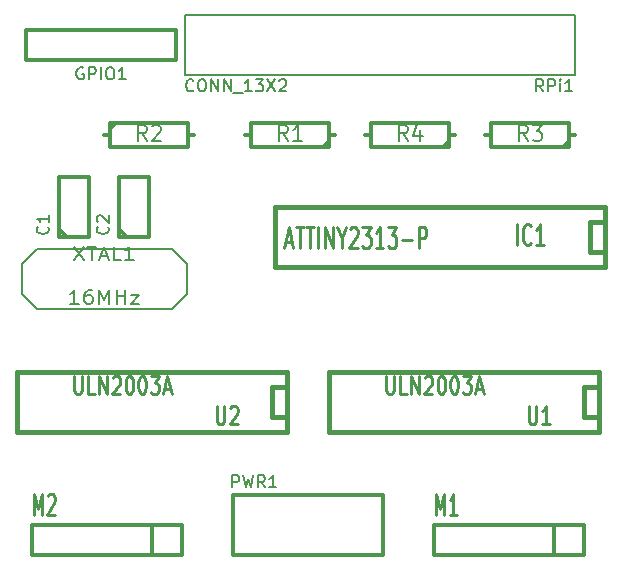
<source format=gto>
G04 (created by PCBNEW-RS274X (2011-05-25)-stable) date Ut 23. jún 2015, 15:15:57 CEST*
G01*
G70*
G90*
%MOIN*%
G04 Gerber Fmt 3.4, Leading zero omitted, Abs format*
%FSLAX34Y34*%
G04 APERTURE LIST*
%ADD10C,0.006000*%
%ADD11C,0.012000*%
%ADD12C,0.015000*%
%ADD13C,0.008000*%
%ADD14C,0.010700*%
%ADD15C,0.011300*%
G04 APERTURE END LIST*
G54D10*
G54D11*
X28800Y-28000D02*
X28800Y-29000D01*
X28800Y-29000D02*
X23800Y-29000D01*
X23800Y-29000D02*
X23800Y-28000D01*
X23800Y-28000D02*
X28800Y-28000D01*
X27800Y-28000D02*
X27800Y-29000D01*
X15400Y-28000D02*
X15400Y-29000D01*
X15400Y-29000D02*
X10400Y-29000D01*
X10400Y-29000D02*
X10400Y-28000D01*
X10400Y-28000D02*
X15400Y-28000D01*
X14400Y-28000D02*
X14400Y-29000D01*
X20500Y-15000D02*
X20300Y-15000D01*
X17500Y-15000D02*
X17700Y-15000D01*
X17700Y-15000D02*
X17700Y-15400D01*
X17700Y-15400D02*
X20300Y-15400D01*
X20300Y-15400D02*
X20300Y-14600D01*
X20300Y-14600D02*
X17700Y-14600D01*
X17700Y-14600D02*
X17700Y-15000D01*
X20300Y-15200D02*
X20100Y-15400D01*
X12800Y-15000D02*
X13000Y-15000D01*
X15800Y-15000D02*
X15600Y-15000D01*
X15600Y-15000D02*
X15600Y-14600D01*
X15600Y-14600D02*
X13000Y-14600D01*
X13000Y-14600D02*
X13000Y-15400D01*
X13000Y-15400D02*
X15600Y-15400D01*
X15600Y-15400D02*
X15600Y-15000D01*
X13000Y-14800D02*
X13200Y-14600D01*
X28500Y-15000D02*
X28300Y-15000D01*
X25500Y-15000D02*
X25700Y-15000D01*
X25700Y-15000D02*
X25700Y-15400D01*
X25700Y-15400D02*
X28300Y-15400D01*
X28300Y-15400D02*
X28300Y-14600D01*
X28300Y-14600D02*
X25700Y-14600D01*
X25700Y-14600D02*
X25700Y-15000D01*
X28300Y-15200D02*
X28100Y-15400D01*
X24500Y-15000D02*
X24300Y-15000D01*
X21500Y-15000D02*
X21700Y-15000D01*
X21700Y-15000D02*
X21700Y-15400D01*
X21700Y-15400D02*
X24300Y-15400D01*
X24300Y-15400D02*
X24300Y-14600D01*
X24300Y-14600D02*
X21700Y-14600D01*
X21700Y-14600D02*
X21700Y-15000D01*
X24300Y-15200D02*
X24100Y-15400D01*
X17100Y-27000D02*
X22100Y-27000D01*
X22100Y-27000D02*
X22100Y-29000D01*
X22100Y-29000D02*
X17100Y-29000D01*
X17100Y-29000D02*
X17100Y-27000D01*
X15200Y-12500D02*
X15200Y-11500D01*
X10200Y-11500D02*
X10200Y-12500D01*
X15200Y-12500D02*
X10200Y-12500D01*
X10200Y-11500D02*
X15200Y-11500D01*
G54D10*
X10050Y-19300D02*
X10550Y-18800D01*
X15050Y-18800D02*
X15550Y-19300D01*
X15550Y-20300D02*
X15050Y-20800D01*
X10050Y-20300D02*
X10550Y-20800D01*
X10550Y-18800D02*
X15050Y-18800D01*
X10050Y-19300D02*
X10050Y-20300D01*
X10550Y-20800D02*
X15050Y-20800D01*
X15550Y-20300D02*
X15550Y-19300D01*
G54D12*
X29500Y-18900D02*
X29000Y-18900D01*
X29000Y-18900D02*
X29000Y-17900D01*
X29000Y-17900D02*
X29500Y-17900D01*
X29500Y-19400D02*
X18500Y-19400D01*
X18500Y-19400D02*
X18500Y-17400D01*
X18500Y-17400D02*
X29500Y-17400D01*
X29500Y-17400D02*
X29500Y-19400D01*
X29300Y-24400D02*
X29300Y-24400D01*
X29300Y-24400D02*
X28800Y-24400D01*
X28800Y-24400D02*
X28800Y-23400D01*
X28800Y-23400D02*
X29300Y-23400D01*
X29300Y-24900D02*
X20300Y-24900D01*
X20300Y-24900D02*
X20300Y-22900D01*
X20300Y-22900D02*
X29300Y-22900D01*
X29300Y-22900D02*
X29300Y-24900D01*
X18900Y-24400D02*
X18900Y-24400D01*
X18900Y-24400D02*
X18400Y-24400D01*
X18400Y-24400D02*
X18400Y-23400D01*
X18400Y-23400D02*
X18900Y-23400D01*
X18900Y-24900D02*
X09900Y-24900D01*
X09900Y-24900D02*
X09900Y-22900D01*
X09900Y-22900D02*
X18900Y-22900D01*
X18900Y-22900D02*
X18900Y-24900D01*
G54D11*
X11300Y-18380D02*
X11300Y-16400D01*
X11300Y-16400D02*
X12300Y-16400D01*
X12300Y-16400D02*
X12300Y-18400D01*
X12300Y-18400D02*
X11300Y-18400D01*
X11550Y-18400D02*
X11300Y-18150D01*
X13300Y-18380D02*
X13300Y-16400D01*
X13300Y-16400D02*
X14300Y-16400D01*
X14300Y-16400D02*
X14300Y-18400D01*
X14300Y-18400D02*
X13300Y-18400D01*
X13550Y-18400D02*
X13300Y-18150D01*
G54D13*
X28500Y-11000D02*
X15500Y-11000D01*
X15500Y-13000D02*
X28500Y-13000D01*
X28500Y-13000D02*
X28500Y-11000D01*
X15500Y-11000D02*
X15500Y-13000D01*
G54D14*
X23854Y-27675D02*
X23854Y-26994D01*
X23997Y-27481D01*
X24139Y-26994D01*
X24139Y-27675D01*
X24567Y-27675D02*
X24323Y-27675D01*
X24445Y-27675D02*
X24445Y-26994D01*
X24404Y-27091D01*
X24363Y-27156D01*
X24323Y-27189D01*
X10454Y-27675D02*
X10454Y-26994D01*
X10597Y-27481D01*
X10739Y-26994D01*
X10739Y-27675D01*
X10923Y-27059D02*
X10943Y-27027D01*
X10984Y-26994D01*
X11086Y-26994D01*
X11126Y-27027D01*
X11147Y-27059D01*
X11167Y-27124D01*
X11167Y-27189D01*
X11147Y-27286D01*
X10902Y-27675D01*
X11167Y-27675D01*
G54D13*
X18917Y-15223D02*
X18750Y-14961D01*
X18631Y-15223D02*
X18631Y-14673D01*
X18822Y-14673D01*
X18869Y-14699D01*
X18893Y-14725D01*
X18917Y-14777D01*
X18917Y-14856D01*
X18893Y-14908D01*
X18869Y-14935D01*
X18822Y-14961D01*
X18631Y-14961D01*
X19393Y-15223D02*
X19107Y-15223D01*
X19250Y-15223D02*
X19250Y-14673D01*
X19202Y-14751D01*
X19155Y-14804D01*
X19107Y-14830D01*
X14217Y-15223D02*
X14050Y-14961D01*
X13931Y-15223D02*
X13931Y-14673D01*
X14122Y-14673D01*
X14169Y-14699D01*
X14193Y-14725D01*
X14217Y-14777D01*
X14217Y-14856D01*
X14193Y-14908D01*
X14169Y-14935D01*
X14122Y-14961D01*
X13931Y-14961D01*
X14407Y-14725D02*
X14431Y-14699D01*
X14479Y-14673D01*
X14598Y-14673D01*
X14645Y-14699D01*
X14669Y-14725D01*
X14693Y-14777D01*
X14693Y-14830D01*
X14669Y-14908D01*
X14383Y-15223D01*
X14693Y-15223D01*
X26917Y-15223D02*
X26750Y-14961D01*
X26631Y-15223D02*
X26631Y-14673D01*
X26822Y-14673D01*
X26869Y-14699D01*
X26893Y-14725D01*
X26917Y-14777D01*
X26917Y-14856D01*
X26893Y-14908D01*
X26869Y-14935D01*
X26822Y-14961D01*
X26631Y-14961D01*
X27083Y-14673D02*
X27393Y-14673D01*
X27226Y-14882D01*
X27298Y-14882D01*
X27345Y-14908D01*
X27369Y-14935D01*
X27393Y-14987D01*
X27393Y-15118D01*
X27369Y-15170D01*
X27345Y-15196D01*
X27298Y-15223D01*
X27155Y-15223D01*
X27107Y-15196D01*
X27083Y-15170D01*
X22917Y-15223D02*
X22750Y-14961D01*
X22631Y-15223D02*
X22631Y-14673D01*
X22822Y-14673D01*
X22869Y-14699D01*
X22893Y-14725D01*
X22917Y-14777D01*
X22917Y-14856D01*
X22893Y-14908D01*
X22869Y-14935D01*
X22822Y-14961D01*
X22631Y-14961D01*
X23345Y-14856D02*
X23345Y-15223D01*
X23226Y-14646D02*
X23107Y-15039D01*
X23417Y-15039D01*
X17076Y-26762D02*
X17076Y-26362D01*
X17229Y-26362D01*
X17267Y-26381D01*
X17286Y-26400D01*
X17305Y-26438D01*
X17305Y-26495D01*
X17286Y-26533D01*
X17267Y-26552D01*
X17229Y-26571D01*
X17076Y-26571D01*
X17438Y-26362D02*
X17533Y-26762D01*
X17610Y-26476D01*
X17686Y-26762D01*
X17781Y-26362D01*
X18162Y-26762D02*
X18028Y-26571D01*
X17933Y-26762D02*
X17933Y-26362D01*
X18086Y-26362D01*
X18124Y-26381D01*
X18143Y-26400D01*
X18162Y-26438D01*
X18162Y-26495D01*
X18143Y-26533D01*
X18124Y-26552D01*
X18086Y-26571D01*
X17933Y-26571D01*
X18543Y-26762D02*
X18314Y-26762D01*
X18428Y-26762D02*
X18428Y-26362D01*
X18390Y-26419D01*
X18352Y-26457D01*
X18314Y-26476D01*
X12110Y-12781D02*
X12072Y-12762D01*
X12015Y-12762D01*
X11957Y-12781D01*
X11919Y-12819D01*
X11900Y-12857D01*
X11881Y-12933D01*
X11881Y-12990D01*
X11900Y-13067D01*
X11919Y-13105D01*
X11957Y-13143D01*
X12015Y-13162D01*
X12053Y-13162D01*
X12110Y-13143D01*
X12129Y-13124D01*
X12129Y-12990D01*
X12053Y-12990D01*
X12300Y-13162D02*
X12300Y-12762D01*
X12453Y-12762D01*
X12491Y-12781D01*
X12510Y-12800D01*
X12529Y-12838D01*
X12529Y-12895D01*
X12510Y-12933D01*
X12491Y-12952D01*
X12453Y-12971D01*
X12300Y-12971D01*
X12700Y-13162D02*
X12700Y-12762D01*
X12966Y-12762D02*
X13043Y-12762D01*
X13081Y-12781D01*
X13119Y-12819D01*
X13138Y-12895D01*
X13138Y-13029D01*
X13119Y-13105D01*
X13081Y-13143D01*
X13043Y-13162D01*
X12966Y-13162D01*
X12928Y-13143D01*
X12890Y-13105D01*
X12871Y-13029D01*
X12871Y-12895D01*
X12890Y-12819D01*
X12928Y-12781D01*
X12966Y-12762D01*
X13519Y-13162D02*
X13290Y-13162D01*
X13404Y-13162D02*
X13404Y-12762D01*
X13366Y-12819D01*
X13328Y-12857D01*
X13290Y-12876D01*
G54D10*
X11788Y-18732D02*
X12122Y-19182D01*
X12122Y-18732D02*
X11788Y-19182D01*
X12241Y-18732D02*
X12526Y-18732D01*
X12383Y-19182D02*
X12383Y-18732D01*
X12669Y-19054D02*
X12907Y-19054D01*
X12622Y-19182D02*
X12788Y-18732D01*
X12955Y-19182D01*
X13360Y-19182D02*
X13122Y-19182D01*
X13122Y-18732D01*
X13789Y-19182D02*
X13503Y-19182D01*
X13646Y-19182D02*
X13646Y-18732D01*
X13598Y-18796D01*
X13551Y-18839D01*
X13503Y-18861D01*
X11955Y-20632D02*
X11669Y-20632D01*
X11812Y-20632D02*
X11812Y-20182D01*
X11764Y-20246D01*
X11717Y-20289D01*
X11669Y-20311D01*
X12383Y-20182D02*
X12288Y-20182D01*
X12240Y-20204D01*
X12217Y-20225D01*
X12169Y-20289D01*
X12145Y-20375D01*
X12145Y-20546D01*
X12169Y-20589D01*
X12193Y-20611D01*
X12240Y-20632D01*
X12336Y-20632D01*
X12383Y-20611D01*
X12407Y-20589D01*
X12431Y-20546D01*
X12431Y-20439D01*
X12407Y-20396D01*
X12383Y-20375D01*
X12336Y-20354D01*
X12240Y-20354D01*
X12193Y-20375D01*
X12169Y-20396D01*
X12145Y-20439D01*
X12645Y-20632D02*
X12645Y-20182D01*
X12812Y-20504D01*
X12978Y-20182D01*
X12978Y-20632D01*
X13216Y-20632D02*
X13216Y-20182D01*
X13216Y-20396D02*
X13502Y-20396D01*
X13502Y-20632D02*
X13502Y-20182D01*
X13692Y-20332D02*
X13954Y-20332D01*
X13692Y-20632D01*
X13954Y-20632D01*
G54D15*
X26561Y-18683D02*
X26561Y-17983D01*
X27032Y-18617D02*
X27011Y-18650D01*
X26947Y-18683D01*
X26904Y-18683D01*
X26839Y-18650D01*
X26797Y-18583D01*
X26775Y-18517D01*
X26754Y-18383D01*
X26754Y-18283D01*
X26775Y-18150D01*
X26797Y-18083D01*
X26839Y-18017D01*
X26904Y-17983D01*
X26947Y-17983D01*
X27011Y-18017D01*
X27032Y-18050D01*
X27461Y-18683D02*
X27204Y-18683D01*
X27332Y-18683D02*
X27332Y-17983D01*
X27289Y-18083D01*
X27247Y-18150D01*
X27204Y-18183D01*
X18853Y-18583D02*
X19067Y-18583D01*
X18810Y-18783D02*
X18960Y-18083D01*
X19110Y-18783D01*
X19196Y-18083D02*
X19453Y-18083D01*
X19324Y-18783D02*
X19324Y-18083D01*
X19539Y-18083D02*
X19796Y-18083D01*
X19667Y-18783D02*
X19667Y-18083D01*
X19946Y-18783D02*
X19946Y-18083D01*
X20160Y-18783D02*
X20160Y-18083D01*
X20417Y-18783D01*
X20417Y-18083D01*
X20717Y-18450D02*
X20717Y-18783D01*
X20567Y-18083D02*
X20717Y-18450D01*
X20867Y-18083D01*
X20996Y-18150D02*
X21017Y-18117D01*
X21060Y-18083D01*
X21167Y-18083D01*
X21210Y-18117D01*
X21231Y-18150D01*
X21253Y-18217D01*
X21253Y-18283D01*
X21231Y-18383D01*
X20974Y-18783D01*
X21253Y-18783D01*
X21403Y-18083D02*
X21682Y-18083D01*
X21532Y-18350D01*
X21596Y-18350D01*
X21639Y-18383D01*
X21660Y-18417D01*
X21682Y-18483D01*
X21682Y-18650D01*
X21660Y-18717D01*
X21639Y-18750D01*
X21596Y-18783D01*
X21468Y-18783D01*
X21425Y-18750D01*
X21403Y-18717D01*
X22111Y-18783D02*
X21854Y-18783D01*
X21982Y-18783D02*
X21982Y-18083D01*
X21939Y-18183D01*
X21897Y-18250D01*
X21854Y-18283D01*
X22261Y-18083D02*
X22540Y-18083D01*
X22390Y-18350D01*
X22454Y-18350D01*
X22497Y-18383D01*
X22518Y-18417D01*
X22540Y-18483D01*
X22540Y-18650D01*
X22518Y-18717D01*
X22497Y-18750D01*
X22454Y-18783D01*
X22326Y-18783D01*
X22283Y-18750D01*
X22261Y-18717D01*
X22733Y-18517D02*
X23076Y-18517D01*
X23290Y-18783D02*
X23290Y-18083D01*
X23462Y-18083D01*
X23504Y-18117D01*
X23526Y-18150D01*
X23547Y-18217D01*
X23547Y-18317D01*
X23526Y-18383D01*
X23504Y-18417D01*
X23462Y-18450D01*
X23290Y-18450D01*
X26957Y-24043D02*
X26957Y-24529D01*
X26979Y-24586D01*
X27000Y-24614D01*
X27043Y-24643D01*
X27129Y-24643D01*
X27171Y-24614D01*
X27193Y-24586D01*
X27214Y-24529D01*
X27214Y-24043D01*
X27664Y-24643D02*
X27407Y-24643D01*
X27535Y-24643D02*
X27535Y-24043D01*
X27492Y-24129D01*
X27450Y-24186D01*
X27407Y-24214D01*
X22203Y-23043D02*
X22203Y-23529D01*
X22225Y-23586D01*
X22246Y-23614D01*
X22289Y-23643D01*
X22375Y-23643D01*
X22417Y-23614D01*
X22439Y-23586D01*
X22460Y-23529D01*
X22460Y-23043D01*
X22888Y-23643D02*
X22674Y-23643D01*
X22674Y-23043D01*
X23038Y-23643D02*
X23038Y-23043D01*
X23295Y-23643D01*
X23295Y-23043D01*
X23488Y-23100D02*
X23509Y-23071D01*
X23552Y-23043D01*
X23659Y-23043D01*
X23702Y-23071D01*
X23723Y-23100D01*
X23745Y-23157D01*
X23745Y-23214D01*
X23723Y-23300D01*
X23466Y-23643D01*
X23745Y-23643D01*
X24024Y-23043D02*
X24067Y-23043D01*
X24110Y-23071D01*
X24131Y-23100D01*
X24152Y-23157D01*
X24174Y-23271D01*
X24174Y-23414D01*
X24152Y-23529D01*
X24131Y-23586D01*
X24110Y-23614D01*
X24067Y-23643D01*
X24024Y-23643D01*
X23981Y-23614D01*
X23960Y-23586D01*
X23938Y-23529D01*
X23917Y-23414D01*
X23917Y-23271D01*
X23938Y-23157D01*
X23960Y-23100D01*
X23981Y-23071D01*
X24024Y-23043D01*
X24453Y-23043D02*
X24496Y-23043D01*
X24539Y-23071D01*
X24560Y-23100D01*
X24581Y-23157D01*
X24603Y-23271D01*
X24603Y-23414D01*
X24581Y-23529D01*
X24560Y-23586D01*
X24539Y-23614D01*
X24496Y-23643D01*
X24453Y-23643D01*
X24410Y-23614D01*
X24389Y-23586D01*
X24367Y-23529D01*
X24346Y-23414D01*
X24346Y-23271D01*
X24367Y-23157D01*
X24389Y-23100D01*
X24410Y-23071D01*
X24453Y-23043D01*
X24753Y-23043D02*
X25032Y-23043D01*
X24882Y-23271D01*
X24946Y-23271D01*
X24989Y-23300D01*
X25010Y-23329D01*
X25032Y-23386D01*
X25032Y-23529D01*
X25010Y-23586D01*
X24989Y-23614D01*
X24946Y-23643D01*
X24818Y-23643D01*
X24775Y-23614D01*
X24753Y-23586D01*
X25204Y-23471D02*
X25418Y-23471D01*
X25161Y-23643D02*
X25311Y-23043D01*
X25461Y-23643D01*
X16557Y-24043D02*
X16557Y-24529D01*
X16579Y-24586D01*
X16600Y-24614D01*
X16643Y-24643D01*
X16729Y-24643D01*
X16771Y-24614D01*
X16793Y-24586D01*
X16814Y-24529D01*
X16814Y-24043D01*
X17007Y-24100D02*
X17028Y-24071D01*
X17071Y-24043D01*
X17178Y-24043D01*
X17221Y-24071D01*
X17242Y-24100D01*
X17264Y-24157D01*
X17264Y-24214D01*
X17242Y-24300D01*
X16985Y-24643D01*
X17264Y-24643D01*
X11803Y-23043D02*
X11803Y-23529D01*
X11825Y-23586D01*
X11846Y-23614D01*
X11889Y-23643D01*
X11975Y-23643D01*
X12017Y-23614D01*
X12039Y-23586D01*
X12060Y-23529D01*
X12060Y-23043D01*
X12488Y-23643D02*
X12274Y-23643D01*
X12274Y-23043D01*
X12638Y-23643D02*
X12638Y-23043D01*
X12895Y-23643D01*
X12895Y-23043D01*
X13088Y-23100D02*
X13109Y-23071D01*
X13152Y-23043D01*
X13259Y-23043D01*
X13302Y-23071D01*
X13323Y-23100D01*
X13345Y-23157D01*
X13345Y-23214D01*
X13323Y-23300D01*
X13066Y-23643D01*
X13345Y-23643D01*
X13624Y-23043D02*
X13667Y-23043D01*
X13710Y-23071D01*
X13731Y-23100D01*
X13752Y-23157D01*
X13774Y-23271D01*
X13774Y-23414D01*
X13752Y-23529D01*
X13731Y-23586D01*
X13710Y-23614D01*
X13667Y-23643D01*
X13624Y-23643D01*
X13581Y-23614D01*
X13560Y-23586D01*
X13538Y-23529D01*
X13517Y-23414D01*
X13517Y-23271D01*
X13538Y-23157D01*
X13560Y-23100D01*
X13581Y-23071D01*
X13624Y-23043D01*
X14053Y-23043D02*
X14096Y-23043D01*
X14139Y-23071D01*
X14160Y-23100D01*
X14181Y-23157D01*
X14203Y-23271D01*
X14203Y-23414D01*
X14181Y-23529D01*
X14160Y-23586D01*
X14139Y-23614D01*
X14096Y-23643D01*
X14053Y-23643D01*
X14010Y-23614D01*
X13989Y-23586D01*
X13967Y-23529D01*
X13946Y-23414D01*
X13946Y-23271D01*
X13967Y-23157D01*
X13989Y-23100D01*
X14010Y-23071D01*
X14053Y-23043D01*
X14353Y-23043D02*
X14632Y-23043D01*
X14482Y-23271D01*
X14546Y-23271D01*
X14589Y-23300D01*
X14610Y-23329D01*
X14632Y-23386D01*
X14632Y-23529D01*
X14610Y-23586D01*
X14589Y-23614D01*
X14546Y-23643D01*
X14418Y-23643D01*
X14375Y-23614D01*
X14353Y-23586D01*
X14804Y-23471D02*
X15018Y-23471D01*
X14761Y-23643D02*
X14911Y-23043D01*
X15061Y-23643D01*
G54D13*
X10924Y-18066D02*
X10943Y-18085D01*
X10962Y-18142D01*
X10962Y-18180D01*
X10943Y-18238D01*
X10905Y-18276D01*
X10867Y-18295D01*
X10790Y-18314D01*
X10733Y-18314D01*
X10657Y-18295D01*
X10619Y-18276D01*
X10581Y-18238D01*
X10562Y-18180D01*
X10562Y-18142D01*
X10581Y-18085D01*
X10600Y-18066D01*
X10962Y-17685D02*
X10962Y-17914D01*
X10962Y-17800D02*
X10562Y-17800D01*
X10619Y-17838D01*
X10657Y-17876D01*
X10676Y-17914D01*
X12924Y-18066D02*
X12943Y-18085D01*
X12962Y-18142D01*
X12962Y-18180D01*
X12943Y-18238D01*
X12905Y-18276D01*
X12867Y-18295D01*
X12790Y-18314D01*
X12733Y-18314D01*
X12657Y-18295D01*
X12619Y-18276D01*
X12581Y-18238D01*
X12562Y-18180D01*
X12562Y-18142D01*
X12581Y-18085D01*
X12600Y-18066D01*
X12600Y-17914D02*
X12581Y-17895D01*
X12562Y-17857D01*
X12562Y-17761D01*
X12581Y-17723D01*
X12600Y-17704D01*
X12638Y-17685D01*
X12676Y-17685D01*
X12733Y-17704D01*
X12962Y-17933D01*
X12962Y-17685D01*
X27439Y-13562D02*
X27305Y-13371D01*
X27210Y-13562D02*
X27210Y-13162D01*
X27363Y-13162D01*
X27401Y-13181D01*
X27420Y-13200D01*
X27439Y-13238D01*
X27439Y-13295D01*
X27420Y-13333D01*
X27401Y-13352D01*
X27363Y-13371D01*
X27210Y-13371D01*
X27610Y-13562D02*
X27610Y-13162D01*
X27763Y-13162D01*
X27801Y-13181D01*
X27820Y-13200D01*
X27839Y-13238D01*
X27839Y-13295D01*
X27820Y-13333D01*
X27801Y-13352D01*
X27763Y-13371D01*
X27610Y-13371D01*
X28010Y-13562D02*
X28010Y-13295D01*
X28010Y-13162D02*
X27991Y-13181D01*
X28010Y-13200D01*
X28029Y-13181D01*
X28010Y-13162D01*
X28010Y-13200D01*
X28410Y-13562D02*
X28181Y-13562D01*
X28295Y-13562D02*
X28295Y-13162D01*
X28257Y-13219D01*
X28219Y-13257D01*
X28181Y-13276D01*
X15781Y-13524D02*
X15762Y-13543D01*
X15705Y-13562D01*
X15667Y-13562D01*
X15609Y-13543D01*
X15571Y-13505D01*
X15552Y-13467D01*
X15533Y-13390D01*
X15533Y-13333D01*
X15552Y-13257D01*
X15571Y-13219D01*
X15609Y-13181D01*
X15667Y-13162D01*
X15705Y-13162D01*
X15762Y-13181D01*
X15781Y-13200D01*
X16028Y-13162D02*
X16105Y-13162D01*
X16143Y-13181D01*
X16181Y-13219D01*
X16200Y-13295D01*
X16200Y-13429D01*
X16181Y-13505D01*
X16143Y-13543D01*
X16105Y-13562D01*
X16028Y-13562D01*
X15990Y-13543D01*
X15952Y-13505D01*
X15933Y-13429D01*
X15933Y-13295D01*
X15952Y-13219D01*
X15990Y-13181D01*
X16028Y-13162D01*
X16371Y-13562D02*
X16371Y-13162D01*
X16600Y-13562D01*
X16600Y-13162D01*
X16790Y-13562D02*
X16790Y-13162D01*
X17019Y-13562D01*
X17019Y-13162D01*
X17114Y-13600D02*
X17419Y-13600D01*
X17724Y-13562D02*
X17495Y-13562D01*
X17609Y-13562D02*
X17609Y-13162D01*
X17571Y-13219D01*
X17533Y-13257D01*
X17495Y-13276D01*
X17857Y-13162D02*
X18105Y-13162D01*
X17971Y-13314D01*
X18029Y-13314D01*
X18067Y-13333D01*
X18086Y-13352D01*
X18105Y-13390D01*
X18105Y-13486D01*
X18086Y-13524D01*
X18067Y-13543D01*
X18029Y-13562D01*
X17914Y-13562D01*
X17876Y-13543D01*
X17857Y-13524D01*
X18238Y-13162D02*
X18505Y-13562D01*
X18505Y-13162D02*
X18238Y-13562D01*
X18638Y-13200D02*
X18657Y-13181D01*
X18695Y-13162D01*
X18791Y-13162D01*
X18829Y-13181D01*
X18848Y-13200D01*
X18867Y-13238D01*
X18867Y-13276D01*
X18848Y-13333D01*
X18619Y-13562D01*
X18867Y-13562D01*
M02*

</source>
